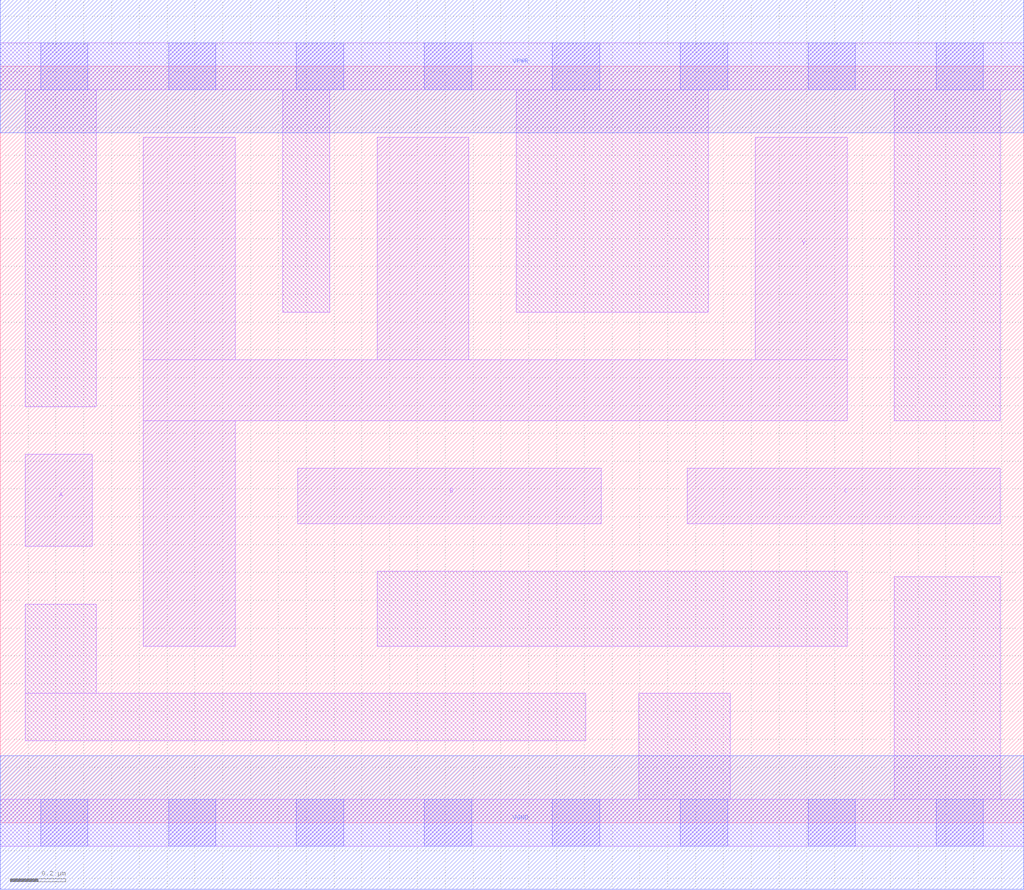
<source format=lef>
# Copyright 2020 The SkyWater PDK Authors
#
# Licensed under the Apache License, Version 2.0 (the "License");
# you may not use this file except in compliance with the License.
# You may obtain a copy of the License at
#
#     https://www.apache.org/licenses/LICENSE-2.0
#
# Unless required by applicable law or agreed to in writing, software
# distributed under the License is distributed on an "AS IS" BASIS,
# WITHOUT WARRANTIES OR CONDITIONS OF ANY KIND, either express or implied.
# See the License for the specific language governing permissions and
# limitations under the License.
#
# SPDX-License-Identifier: Apache-2.0

VERSION 5.7 ;
  NOWIREEXTENSIONATPIN ON ;
  DIVIDERCHAR "/" ;
  BUSBITCHARS "[]" ;
UNITS
  DATABASE MICRONS 200 ;
END UNITS
MACRO sky130_fd_sc_hd__nand3_2
  CLASS CORE ;
  FOREIGN sky130_fd_sc_hd__nand3_2 ;
  ORIGIN  0.000000  0.000000 ;
  SIZE  3.680000 BY  2.720000 ;
  SYMMETRY X Y R90 ;
  SITE unithd ;
  PIN A
    ANTENNAGATEAREA  0.495000 ;
    DIRECTION INPUT ;
    USE SIGNAL ;
    PORT
      LAYER li1 ;
        RECT 0.090000 0.995000 0.330000 1.325000 ;
    END
  END A
  PIN B
    ANTENNAGATEAREA  0.495000 ;
    DIRECTION INPUT ;
    USE SIGNAL ;
    PORT
      LAYER li1 ;
        RECT 1.070000 1.075000 2.160000 1.275000 ;
    END
  END B
  PIN C
    ANTENNAGATEAREA  0.495000 ;
    DIRECTION INPUT ;
    USE SIGNAL ;
    PORT
      LAYER li1 ;
        RECT 2.470000 1.075000 3.595000 1.275000 ;
    END
  END C
  PIN Y
    ANTENNADIFFAREA  0.985500 ;
    DIRECTION OUTPUT ;
    USE SIGNAL ;
    PORT
      LAYER li1 ;
        RECT 0.515000 0.635000 0.845000 1.445000 ;
        RECT 0.515000 1.445000 3.045000 1.665000 ;
        RECT 0.515000 1.665000 0.845000 2.465000 ;
        RECT 1.355000 1.665000 1.685000 2.465000 ;
        RECT 2.715000 1.665000 3.045000 2.465000 ;
    END
  END Y
  PIN VGND
    DIRECTION INOUT ;
    SHAPE ABUTMENT ;
    USE GROUND ;
    PORT
      LAYER met1 ;
        RECT 0.000000 -0.240000 3.680000 0.240000 ;
    END
  END VGND
  PIN VPWR
    DIRECTION INOUT ;
    SHAPE ABUTMENT ;
    USE POWER ;
    PORT
      LAYER met1 ;
        RECT 0.000000 2.480000 3.680000 2.960000 ;
    END
  END VPWR
  OBS
    LAYER li1 ;
      RECT 0.000000 -0.085000 3.680000 0.085000 ;
      RECT 0.000000  2.635000 3.680000 2.805000 ;
      RECT 0.090000  0.295000 2.105000 0.465000 ;
      RECT 0.090000  0.465000 0.345000 0.785000 ;
      RECT 0.090000  1.495000 0.345000 2.635000 ;
      RECT 1.015000  1.835000 1.185000 2.635000 ;
      RECT 1.355000  0.635000 3.045000 0.905000 ;
      RECT 1.855000  1.835000 2.545000 2.635000 ;
      RECT 2.295000  0.085000 2.625000 0.465000 ;
      RECT 3.215000  0.085000 3.595000 0.885000 ;
      RECT 3.215000  1.445000 3.595000 2.635000 ;
    LAYER mcon ;
      RECT 0.145000 -0.085000 0.315000 0.085000 ;
      RECT 0.145000  2.635000 0.315000 2.805000 ;
      RECT 0.605000 -0.085000 0.775000 0.085000 ;
      RECT 0.605000  2.635000 0.775000 2.805000 ;
      RECT 1.065000 -0.085000 1.235000 0.085000 ;
      RECT 1.065000  2.635000 1.235000 2.805000 ;
      RECT 1.525000 -0.085000 1.695000 0.085000 ;
      RECT 1.525000  2.635000 1.695000 2.805000 ;
      RECT 1.985000 -0.085000 2.155000 0.085000 ;
      RECT 1.985000  2.635000 2.155000 2.805000 ;
      RECT 2.445000 -0.085000 2.615000 0.085000 ;
      RECT 2.445000  2.635000 2.615000 2.805000 ;
      RECT 2.905000 -0.085000 3.075000 0.085000 ;
      RECT 2.905000  2.635000 3.075000 2.805000 ;
      RECT 3.365000 -0.085000 3.535000 0.085000 ;
      RECT 3.365000  2.635000 3.535000 2.805000 ;
  END
END sky130_fd_sc_hd__nand3_2
END LIBRARY

</source>
